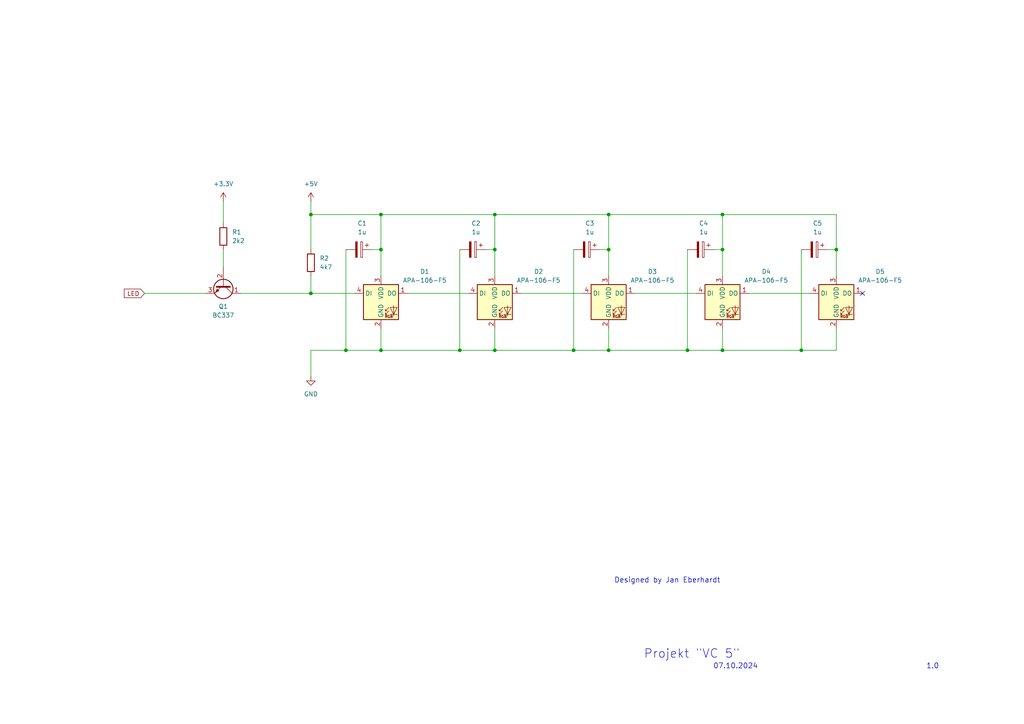
<source format=kicad_sch>
(kicad_sch (version 20231120) (generator "eeschema") (generator_version "8.0")
  (paper "A4")
  (lib_symbols
    (symbol "Device:C_Polarized" (pin_numbers hide) (pin_names (offset 0.254))
      (property "Reference" "C" (at 0.635 2.54 0))
      (property "Value" "C_Polarized" (at 0.635 -2.54 0))
      (symbol "C_Polarized_0_1"
        (rectangle (start -2.286 0.508) (end 2.286 1.016))
        (polyline (pts (xy -1.778 2.286) (xy -0.762 2.286)))
        (polyline (pts (xy -1.27 2.794) (xy -1.27 1.778)))
        (rectangle (start 2.286 -0.508) (end -2.286 -1.016) (fill (type outline)))
      )
      (symbol "C_Polarized_1_1"
        (pin passive line (at 0 3.81 270) (length 2.794) (name "~") (number "1"))
        (pin passive line (at 0 -3.81 90) (length 2.794) (name "~") (number "2"))
      )
    )
    (symbol "Device:R" (pin_numbers hide) (pin_names (offset 0))
      (property "Reference" "R" (at 2.032 0 90))
      (property "Value" "R" (at 0 0 90))
      (symbol "R_0_1"
        (rectangle (start -1.016 -2.54) (end 1.016 2.54) (stroke (width 0.254)))
      )
      (symbol "R_1_1"
        (pin passive line (at 0 3.81 270) (length 1.27) (name "~") (number "1"))
        (pin passive line (at 0 -3.81 90) (length 1.27) (name "~") (number "2"))
      )
    )
    (symbol "LED:APA-106-F5"
      (property "Reference" "D" (at 5.08 5.715 0))
      (property "Value" "APA-106-F5" (at 1.27 -5.715 0))
      (symbol "APA-106-F5_0_0"
        (text "RGB" (at 2.286 -4.191 0) (effects (font (size 0.762 0.762))))
      )
      (symbol "APA-106-F5_0_1"
        (polyline (pts (xy 1.27 -3.556) (xy 1.778 -3.556)))
        (polyline (pts (xy 1.27 -2.54) (xy 1.778 -2.54)))
        (polyline (pts (xy 4.699 -3.556) (xy 2.667 -3.556)))
        (polyline (pts (xy 2.286 -2.54) (xy 1.27 -3.556) (xy 1.27 -3.048)))
        (polyline (pts (xy 2.286 -1.524) (xy 1.27 -2.54) (xy 1.27 -2.032)))
        (polyline (pts (xy 3.683 -1.016) (xy 3.683 -3.556) (xy 3.683 -4.064)))
        (polyline (pts (xy 4.699 -1.524) (xy 2.667 -1.524) (xy 3.683 -3.556) (xy 4.699 -1.524)))
        (rectangle (start 5.08 5.08) (end -5.08 -5.08) (stroke (width 0.254)) (fill (type background)))
      )
      (symbol "APA-106-F5_1_1"
        (pin output line (at 7.62 2.54 180) (length 2.54) (name "DO") (number "1"))
        (pin power_in line (at 0 -7.62 90) (length 2.54) (name "GND") (number "2"))
        (pin power_in line (at 0 7.62 270) (length 2.54) (name "VDD") (number "3"))
        (pin input line (at -7.62 2.54 0) (length 2.54) (name "DI") (number "4"))
      )
    )
    (symbol "Transistor_BJT:BC337" (pin_names (offset 0) hide)
      (property "Reference" "Q" (at 5.08 1.905 0))
      (property "Value" "BC337" (at 5.08 0 0))
      (symbol "BC337_0_1"
        (polyline (pts (xy 0 0) (xy 0.635 0)))
        (polyline (pts (xy 0.635 0.635) (xy 2.54 2.54)))
        (polyline (pts (xy 0.635 -0.635) (xy 2.54 -2.54) (xy 2.54 -2.54)))
        (polyline (pts (xy 0.635 1.905) (xy 0.635 -1.905) (xy 0.635 -1.905)) (stroke (width 0.508)))
        (polyline (pts (xy 1.27 -1.778) (xy 1.778 -1.27) (xy 2.286 -2.286) (xy 1.27 -1.778) (xy 1.27 -1.778)) (fill (type outline)))
        (circle (center 1.27 0) (radius 2.8194) (stroke (width 0.254)))
      )
      (symbol "BC337_1_1"
        (pin passive line (at 2.54 5.08 270) (length 2.54) (name "C") (number "1"))
        (pin input line (at -5.08 0 0) (length 5.08) (name "B") (number "2"))
        (pin passive line (at 2.54 -5.08 90) (length 2.54) (name "E") (number "3"))
      )
    )
    (symbol "power:+3.3V" (power) (pin_numbers hide) (pin_names (offset 0) hide)
      (property "Value" "+3.3V" (at 0 3.556 0))
      (symbol "+3.3V_0_1"
        (polyline (pts (xy -0.762 1.27) (xy 0 2.54)))
        (polyline (pts (xy 0 0) (xy 0 2.54)))
        (polyline (pts (xy 0 2.54) (xy 0.762 1.27)))
      )
      (symbol "+3.3V_1_1"
        (pin power_in line (at 0 0 90) (length 0) (name "~") (number "1"))
      )
    )
    (symbol "power:+5V" (power) (pin_numbers hide) (pin_names (offset 0) hide)
      (property "Value" "+5V" (at 0 3.556 0))
      (symbol "+5V_0_1"
        (polyline (pts (xy -0.762 1.27) (xy 0 2.54)))
        (polyline (pts (xy 0 0) (xy 0 2.54)))
        (polyline (pts (xy 0 2.54) (xy 0.762 1.27)))
      )
      (symbol "+5V_1_1"
        (pin power_in line (at 0 0 90) (length 0) (name "~") (number "1"))
      )
    )
    (symbol "power:GND" (power) (pin_numbers hide) (pin_names (offset 0) hide)
      (property "Value" "GND" (at 0 -3.81 0))
      (symbol "GND_0_1"
        (polyline (pts (xy 0 0) (xy 0 -1.27) (xy 1.27 -1.27) (xy 0 -2.54) (xy -1.27 -1.27) (xy 0 -1.27)))
      )
      (symbol "GND_1_1"
        (pin power_in line (at 0 0 270) (length 0) (name "~") (number "1"))
      )
    )
  )
  (junction (at 199.39 101.6))
  (junction (at 143.51 62.23))
  (junction (at 232.41 101.6))
  (junction (at 133.35 101.6))
  (junction (at 90.17 62.23))
  (junction (at 90.17 85.09))
  (junction (at 110.49 62.23))
  (junction (at 209.55 101.6))
  (junction (at 100.33 101.6))
  (junction (at 110.49 101.6))
  (junction (at 143.51 72.39))
  (junction (at 242.57 72.39))
  (junction (at 209.55 62.23))
  (junction (at 176.53 62.23))
  (junction (at 143.51 101.6))
  (junction (at 176.53 72.39))
  (junction (at 176.53 101.6))
  (junction (at 110.49 72.39))
  (junction (at 209.55 72.39))
  (junction (at 166.37 101.6))
  (no_connect (at 250.19 85.09))
  (wire (pts (xy 232.41 101.6) (xy 242.57 101.6)))
  (wire (pts (xy 143.51 62.23) (xy 143.51 72.39)))
  (wire (pts (xy 118.11 85.09) (xy 135.89 85.09)))
  (wire (pts (xy 90.17 62.23) (xy 90.17 72.39)))
  (wire (pts (xy 173.99 72.39) (xy 176.53 72.39)))
  (wire (pts (xy 110.49 62.23) (xy 90.17 62.23)))
  (wire (pts (xy 110.49 101.6) (xy 133.35 101.6)))
  (wire (pts (xy 64.77 58.42) (xy 64.77 64.77)))
  (wire (pts (xy 176.53 72.39) (xy 176.53 62.23)))
  (wire (pts (xy 140.97 72.39) (xy 143.51 72.39)))
  (wire (pts (xy 110.49 80.01) (xy 110.49 72.39)))
  (wire (pts (xy 207.01 72.39) (xy 209.55 72.39)))
  (wire (pts (xy 242.57 62.23) (xy 242.57 72.39)))
  (wire (pts (xy 64.77 72.39) (xy 64.77 77.47)))
  (wire (pts (xy 209.55 101.6) (xy 209.55 95.25)))
  (wire (pts (xy 240.03 72.39) (xy 242.57 72.39)))
  (wire (pts (xy 199.39 72.39) (xy 199.39 101.6)))
  (wire (pts (xy 242.57 101.6) (xy 242.57 95.25)))
  (wire (pts (xy 90.17 58.42) (xy 90.17 62.23)))
  (wire (pts (xy 209.55 101.6) (xy 232.41 101.6)))
  (wire (pts (xy 184.15 85.09) (xy 201.93 85.09)))
  (wire (pts (xy 199.39 101.6) (xy 209.55 101.6)))
  (wire (pts (xy 110.49 62.23) (xy 110.49 72.39)))
  (wire (pts (xy 110.49 72.39) (xy 107.95 72.39)))
  (wire (pts (xy 176.53 101.6) (xy 199.39 101.6)))
  (wire (pts (xy 102.87 85.09) (xy 90.17 85.09)))
  (wire (pts (xy 143.51 95.25) (xy 143.51 101.6)))
  (wire (pts (xy 176.53 72.39) (xy 176.53 80.01)))
  (wire (pts (xy 110.49 101.6) (xy 100.33 101.6)))
  (wire (pts (xy 176.53 62.23) (xy 143.51 62.23)))
  (wire (pts (xy 166.37 101.6) (xy 176.53 101.6)))
  (wire (pts (xy 209.55 62.23) (xy 209.55 72.39)))
  (wire (pts (xy 100.33 101.6) (xy 90.17 101.6)))
  (wire (pts (xy 166.37 72.39) (xy 166.37 101.6)))
  (wire (pts (xy 41.91 85.09) (xy 59.69 85.09)))
  (wire (pts (xy 232.41 72.39) (xy 232.41 101.6)))
  (wire (pts (xy 151.13 85.09) (xy 168.91 85.09)))
  (wire (pts (xy 176.53 62.23) (xy 209.55 62.23)))
  (wire (pts (xy 143.51 101.6) (xy 166.37 101.6)))
  (wire (pts (xy 110.49 62.23) (xy 143.51 62.23)))
  (wire (pts (xy 90.17 101.6) (xy 90.17 109.22)))
  (wire (pts (xy 176.53 101.6) (xy 176.53 95.25)))
  (wire (pts (xy 110.49 95.25) (xy 110.49 101.6)))
  (wire (pts (xy 209.55 62.23) (xy 242.57 62.23)))
  (wire (pts (xy 90.17 80.01) (xy 90.17 85.09)))
  (wire (pts (xy 100.33 72.39) (xy 100.33 101.6)))
  (wire (pts (xy 217.17 85.09) (xy 234.95 85.09)))
  (wire (pts (xy 69.85 85.09) (xy 90.17 85.09)))
  (wire (pts (xy 133.35 101.6) (xy 143.51 101.6)))
  (wire (pts (xy 242.57 72.39) (xy 242.57 80.01)))
  (wire (pts (xy 143.51 72.39) (xy 143.51 80.01)))
  (wire (pts (xy 209.55 72.39) (xy 209.55 80.01)))
  (wire (pts (xy 133.35 72.39) (xy 133.35 101.6)))
  (text "Designed by Jan Eberhardt" (at 193.548 168.402 0) (effects (font (size 1.5 1.5))))
  (text "Projekt \"VC 5\"" (at 200.66 189.738 0) (effects (font (size 2.5 2.5))))
  (text "07.10.2024" (at 213.36 193.294 0) (effects (font (size 1.5 1.5))))
  (text "1.0" (at 270.51 193.294 0) (effects (font (size 1.5 1.5))))
  (global_label "LED" (shape input) (at 41.91 85.09 180) (property "Intersheetrefs" "${INTERSHEET_REFS}" (effects (hide yes))))
  (symbol (lib_id "LED:APA-106-F5") (at 176.53 87.63 0) (unit 1)
    (property "Reference" "D3" (at 189.23 78.7714 0))
    (property "Value" "APA-106-F5" (at 189.23 81.3114 0))
    (property "Footprint" "LED_THT:LED_D5.0mm-4_RGB" (effects (hide yes)))
    (property "Datasheet" "https://cdn.sparkfun.com/datasheets/Components/LED/COM-12877.pdf" (effects (hide yes)))
    (property "Description" "RGB LED with integrated controller, 5mm Package" (effects (hide yes)))
  )
  (symbol (lib_id "power:GND") (at 90.17 109.22 0) (unit 1)
    (property "Reference" "#PWR013" (effects (hide yes)))
    (property "Value" "GND" (at 90.17 114.3 0))
    (property "Description" "Power symbol creates a global label with name \"GND\" , ground" (effects (hide yes)))
  )
  (symbol (lib_id "Transistor_BJT:BC337") (at 64.77 82.55 270) (unit 1)
    (property "Reference" "Q1" (at 64.77 88.9 90))
    (property "Value" "BC337" (at 64.77 91.44 90))
    (property "Footprint" "Package_TO_SOT_THT:TO-92_Inline" (effects (hide yes)))
    (property "Datasheet" "https://diotec.com/tl_files/diotec/files/pdf/datasheets/bc337.pdf" (effects (hide yes)))
    (property "Description" "0.8A Ic, 45V Vce, NPN Transistor, TO-92" (effects (hide yes)))
  )
  (symbol (lib_id "power:+3.3V") (at 64.77 58.42 0) (unit 1)
    (property "Reference" "#PWR011" (effects (hide yes)))
    (property "Value" "+3.3V" (at 64.77 53.34 0))
    (property "Description" "Power symbol creates a global label with name \"+3.3V\"" (effects (hide yes)))
  )
  (symbol (lib_id "Device:C_Polarized") (at 137.16 72.39 270) (unit 1)
    (property "Reference" "C2" (at 138.049 64.77 90))
    (property "Value" "1u" (at 138.049 67.31 90))
    (property "Description" "Polarized capacitor" (effects (hide yes)))
  )
  (symbol (lib_id "Device:C_Polarized") (at 236.22 72.39 270) (unit 1)
    (property "Reference" "C5" (at 237.109 64.77 90))
    (property "Value" "1u" (at 237.109 67.31 90))
    (property "Description" "Polarized capacitor" (effects (hide yes)))
  )
  (symbol (lib_id "Device:C_Polarized") (at 104.14 72.39 270) (unit 1)
    (property "Reference" "C1" (at 105.029 64.77 90))
    (property "Value" "1u" (at 105.029 67.31 90))
    (property "Description" "Polarized capacitor" (effects (hide yes)))
  )
  (symbol (lib_id "LED:APA-106-F5") (at 143.51 87.63 0) (unit 1)
    (property "Reference" "D2" (at 156.21 78.7714 0))
    (property "Value" "APA-106-F5" (at 156.21 81.3114 0))
    (property "Footprint" "LED_THT:LED_D5.0mm-4_RGB" (effects (hide yes)))
    (property "Datasheet" "https://cdn.sparkfun.com/datasheets/Components/LED/COM-12877.pdf" (effects (hide yes)))
    (property "Description" "RGB LED with integrated controller, 5mm Package" (effects (hide yes)))
  )
  (symbol (lib_id "LED:APA-106-F5") (at 209.55 87.63 0) (unit 1)
    (property "Reference" "D4" (at 222.25 78.7714 0))
    (property "Value" "APA-106-F5" (at 222.25 81.3114 0))
    (property "Footprint" "LED_THT:LED_D5.0mm-4_RGB" (effects (hide yes)))
    (property "Datasheet" "https://cdn.sparkfun.com/datasheets/Components/LED/COM-12877.pdf" (effects (hide yes)))
    (property "Description" "RGB LED with integrated controller, 5mm Package" (effects (hide yes)))
  )
  (symbol (lib_id "LED:APA-106-F5") (at 110.49 87.63 0) (unit 1)
    (property "Reference" "D1" (at 123.19 78.7714 0))
    (property "Value" "APA-106-F5" (at 123.19 81.3114 0))
    (property "Footprint" "LED_THT:LED_D5.0mm-4_RGB" (effects (hide yes)))
    (property "Datasheet" "https://cdn.sparkfun.com/datasheets/Components/LED/COM-12877.pdf" (effects (hide yes)))
    (property "Description" "RGB LED with integrated controller, 5mm Package" (effects (hide yes)))
  )
  (symbol (lib_id "Device:C_Polarized") (at 203.2 72.39 270) (unit 1)
    (property "Reference" "C4" (at 204.089 64.77 90))
    (property "Value" "1u" (at 204.089 67.31 90))
    (property "Description" "Polarized capacitor" (effects (hide yes)))
  )
  (symbol (lib_id "LED:APA-106-F5") (at 242.57 87.63 0) (unit 1)
    (property "Reference" "D5" (at 255.27 78.7714 0))
    (property "Value" "APA-106-F5" (at 255.27 81.3114 0))
    (property "Footprint" "LED_THT:LED_D5.0mm-4_RGB" (effects (hide yes)))
    (property "Datasheet" "https://cdn.sparkfun.com/datasheets/Components/LED/COM-12877.pdf" (effects (hide yes)))
    (property "Description" "RGB LED with integrated controller, 5mm Package" (effects (hide yes)))
  )
  (symbol (lib_id "Device:R") (at 90.17 76.2 0) (unit 1)
    (property "Reference" "R2" (at 92.71 74.9299 0) (effects (justify left)))
    (property "Value" "4k7" (at 92.71 77.4699 0) (effects (justify left)))
    (property "Description" "Resistor" (effects (hide yes)))
  )
  (symbol (lib_id "Device:C_Polarized") (at 170.18 72.39 270) (unit 1)
    (property "Reference" "C3" (at 171.069 64.77 90))
    (property "Value" "1u" (at 171.069 67.31 90))
    (property "Description" "Polarized capacitor" (effects (hide yes)))
  )
  (symbol (lib_id "Device:R") (at 64.77 68.58 0) (unit 1)
    (property "Reference" "R1" (at 67.31 67.3099 0) (effects (justify left)))
    (property "Value" "2k2" (at 67.31 69.8499 0) (effects (justify left)))
    (property "Description" "Resistor" (effects (hide yes)))
  )
  (symbol (lib_id "power:+5V") (at 90.17 58.42 0) (unit 1)
    (property "Reference" "#PWR012" (effects (hide yes)))
    (property "Value" "+5V" (at 90.17 53.34 0))
    (property "Description" "Power symbol creates a global label with name \"+5V\"" (effects (hide yes)))
  )
)
</source>
